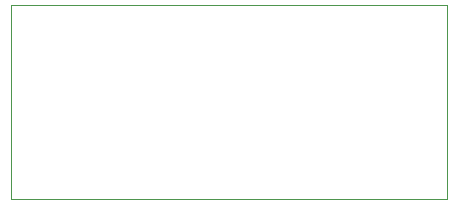
<source format=gbr>
%TF.GenerationSoftware,KiCad,Pcbnew,9.0.6*%
%TF.CreationDate,2025-11-24T21:34:53-08:00*%
%TF.ProjectId,rs485_adapter,72733438-355f-4616-9461-707465722e6b,A*%
%TF.SameCoordinates,Original*%
%TF.FileFunction,Profile,NP*%
%FSLAX46Y46*%
G04 Gerber Fmt 4.6, Leading zero omitted, Abs format (unit mm)*
G04 Created by KiCad (PCBNEW 9.0.6) date 2025-11-24 21:34:53*
%MOMM*%
%LPD*%
G01*
G04 APERTURE LIST*
%TA.AperFunction,Profile*%
%ADD10C,0.050000*%
%TD*%
G04 APERTURE END LIST*
D10*
X140850000Y-93400000D02*
X177750000Y-93400000D01*
X177750000Y-109800000D01*
X140850000Y-109800000D01*
X140850000Y-93400000D01*
M02*

</source>
